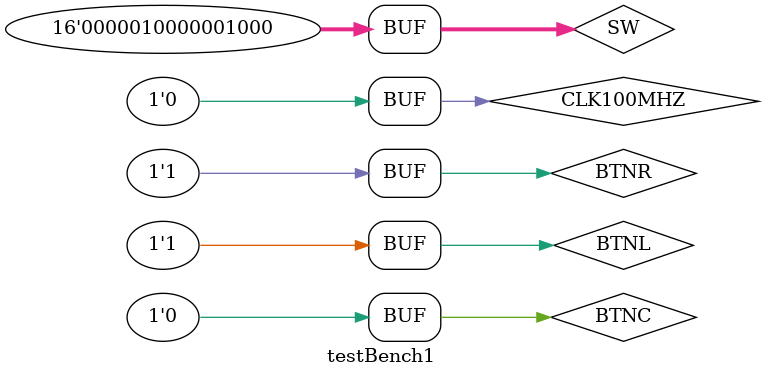
<source format=sv>
`timescale 1ns / 1ps
module testBench1();
logic CLK100MHZ,BTNC;//reset 
logic BTNL,BTNR; 
logic [15:0] SW; 
logic [7:0] AN; 
logic [6:0] A2G;
logic DP;

//instantiate device to be tested
top T(CLK100MHZ,BTNC, BTNL, BTNR, SW, AN, A2G,DP);

//initialize test 
initial 
begin
#0;BTNC <= 1;
#2;BTNC <= 0;
#2;BTNL <= 1;BTNR <= 1;
#2;SW<=16'b00000100_00001000;//4+8 
end

// generate clock to sequence tests
always begin 
CLK100MHZ<=1;#5;CLK100MHZ<= 0;#5; 
end
endmodule


</source>
